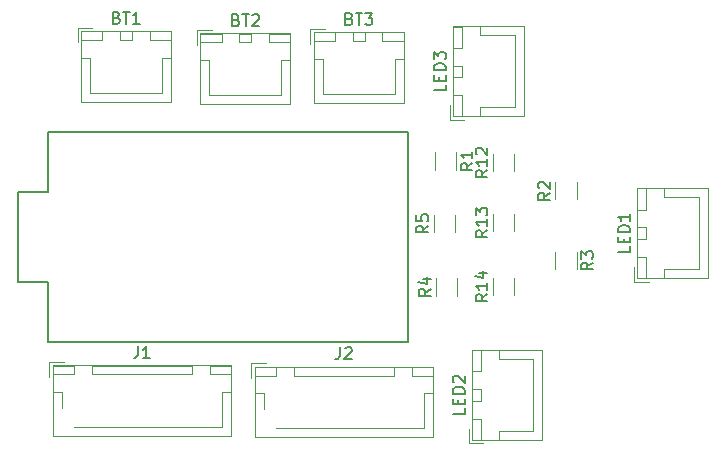
<source format=gbr>
%TF.GenerationSoftware,KiCad,Pcbnew,7.0.1*%
%TF.CreationDate,2023-09-03T20:42:36-04:00*%
%TF.ProjectId,Groove Coaster,47726f6f-7665-4204-936f-61737465722e,rev?*%
%TF.SameCoordinates,Original*%
%TF.FileFunction,Legend,Top*%
%TF.FilePolarity,Positive*%
%FSLAX46Y46*%
G04 Gerber Fmt 4.6, Leading zero omitted, Abs format (unit mm)*
G04 Created by KiCad (PCBNEW 7.0.1) date 2023-09-03 20:42:36*
%MOMM*%
%LPD*%
G01*
G04 APERTURE LIST*
%ADD10C,0.150000*%
%ADD11C,0.120000*%
G04 APERTURE END LIST*
D10*
%TO.C,BT1*%
X83864285Y-43088809D02*
X84007142Y-43136428D01*
X84007142Y-43136428D02*
X84054761Y-43184047D01*
X84054761Y-43184047D02*
X84102380Y-43279285D01*
X84102380Y-43279285D02*
X84102380Y-43422142D01*
X84102380Y-43422142D02*
X84054761Y-43517380D01*
X84054761Y-43517380D02*
X84007142Y-43565000D01*
X84007142Y-43565000D02*
X83911904Y-43612619D01*
X83911904Y-43612619D02*
X83530952Y-43612619D01*
X83530952Y-43612619D02*
X83530952Y-42612619D01*
X83530952Y-42612619D02*
X83864285Y-42612619D01*
X83864285Y-42612619D02*
X83959523Y-42660238D01*
X83959523Y-42660238D02*
X84007142Y-42707857D01*
X84007142Y-42707857D02*
X84054761Y-42803095D01*
X84054761Y-42803095D02*
X84054761Y-42898333D01*
X84054761Y-42898333D02*
X84007142Y-42993571D01*
X84007142Y-42993571D02*
X83959523Y-43041190D01*
X83959523Y-43041190D02*
X83864285Y-43088809D01*
X83864285Y-43088809D02*
X83530952Y-43088809D01*
X84388095Y-42612619D02*
X84959523Y-42612619D01*
X84673809Y-43612619D02*
X84673809Y-42612619D01*
X85816666Y-43612619D02*
X85245238Y-43612619D01*
X85530952Y-43612619D02*
X85530952Y-42612619D01*
X85530952Y-42612619D02*
X85435714Y-42755476D01*
X85435714Y-42755476D02*
X85340476Y-42850714D01*
X85340476Y-42850714D02*
X85245238Y-42898333D01*
%TO.C,BT2*%
X93964285Y-43288809D02*
X94107142Y-43336428D01*
X94107142Y-43336428D02*
X94154761Y-43384047D01*
X94154761Y-43384047D02*
X94202380Y-43479285D01*
X94202380Y-43479285D02*
X94202380Y-43622142D01*
X94202380Y-43622142D02*
X94154761Y-43717380D01*
X94154761Y-43717380D02*
X94107142Y-43765000D01*
X94107142Y-43765000D02*
X94011904Y-43812619D01*
X94011904Y-43812619D02*
X93630952Y-43812619D01*
X93630952Y-43812619D02*
X93630952Y-42812619D01*
X93630952Y-42812619D02*
X93964285Y-42812619D01*
X93964285Y-42812619D02*
X94059523Y-42860238D01*
X94059523Y-42860238D02*
X94107142Y-42907857D01*
X94107142Y-42907857D02*
X94154761Y-43003095D01*
X94154761Y-43003095D02*
X94154761Y-43098333D01*
X94154761Y-43098333D02*
X94107142Y-43193571D01*
X94107142Y-43193571D02*
X94059523Y-43241190D01*
X94059523Y-43241190D02*
X93964285Y-43288809D01*
X93964285Y-43288809D02*
X93630952Y-43288809D01*
X94488095Y-42812619D02*
X95059523Y-42812619D01*
X94773809Y-43812619D02*
X94773809Y-42812619D01*
X95345238Y-42907857D02*
X95392857Y-42860238D01*
X95392857Y-42860238D02*
X95488095Y-42812619D01*
X95488095Y-42812619D02*
X95726190Y-42812619D01*
X95726190Y-42812619D02*
X95821428Y-42860238D01*
X95821428Y-42860238D02*
X95869047Y-42907857D01*
X95869047Y-42907857D02*
X95916666Y-43003095D01*
X95916666Y-43003095D02*
X95916666Y-43098333D01*
X95916666Y-43098333D02*
X95869047Y-43241190D01*
X95869047Y-43241190D02*
X95297619Y-43812619D01*
X95297619Y-43812619D02*
X95916666Y-43812619D01*
%TO.C,BT3*%
X103564285Y-43188809D02*
X103707142Y-43236428D01*
X103707142Y-43236428D02*
X103754761Y-43284047D01*
X103754761Y-43284047D02*
X103802380Y-43379285D01*
X103802380Y-43379285D02*
X103802380Y-43522142D01*
X103802380Y-43522142D02*
X103754761Y-43617380D01*
X103754761Y-43617380D02*
X103707142Y-43665000D01*
X103707142Y-43665000D02*
X103611904Y-43712619D01*
X103611904Y-43712619D02*
X103230952Y-43712619D01*
X103230952Y-43712619D02*
X103230952Y-42712619D01*
X103230952Y-42712619D02*
X103564285Y-42712619D01*
X103564285Y-42712619D02*
X103659523Y-42760238D01*
X103659523Y-42760238D02*
X103707142Y-42807857D01*
X103707142Y-42807857D02*
X103754761Y-42903095D01*
X103754761Y-42903095D02*
X103754761Y-42998333D01*
X103754761Y-42998333D02*
X103707142Y-43093571D01*
X103707142Y-43093571D02*
X103659523Y-43141190D01*
X103659523Y-43141190D02*
X103564285Y-43188809D01*
X103564285Y-43188809D02*
X103230952Y-43188809D01*
X104088095Y-42712619D02*
X104659523Y-42712619D01*
X104373809Y-43712619D02*
X104373809Y-42712619D01*
X104897619Y-42712619D02*
X105516666Y-42712619D01*
X105516666Y-42712619D02*
X105183333Y-43093571D01*
X105183333Y-43093571D02*
X105326190Y-43093571D01*
X105326190Y-43093571D02*
X105421428Y-43141190D01*
X105421428Y-43141190D02*
X105469047Y-43188809D01*
X105469047Y-43188809D02*
X105516666Y-43284047D01*
X105516666Y-43284047D02*
X105516666Y-43522142D01*
X105516666Y-43522142D02*
X105469047Y-43617380D01*
X105469047Y-43617380D02*
X105421428Y-43665000D01*
X105421428Y-43665000D02*
X105326190Y-43712619D01*
X105326190Y-43712619D02*
X105040476Y-43712619D01*
X105040476Y-43712619D02*
X104945238Y-43665000D01*
X104945238Y-43665000D02*
X104897619Y-43617380D01*
%TO.C,LED1*%
X127312619Y-62469047D02*
X127312619Y-62945237D01*
X127312619Y-62945237D02*
X126312619Y-62945237D01*
X126788809Y-62135713D02*
X126788809Y-61802380D01*
X127312619Y-61659523D02*
X127312619Y-62135713D01*
X127312619Y-62135713D02*
X126312619Y-62135713D01*
X126312619Y-62135713D02*
X126312619Y-61659523D01*
X127312619Y-61230951D02*
X126312619Y-61230951D01*
X126312619Y-61230951D02*
X126312619Y-60992856D01*
X126312619Y-60992856D02*
X126360238Y-60849999D01*
X126360238Y-60849999D02*
X126455476Y-60754761D01*
X126455476Y-60754761D02*
X126550714Y-60707142D01*
X126550714Y-60707142D02*
X126741190Y-60659523D01*
X126741190Y-60659523D02*
X126884047Y-60659523D01*
X126884047Y-60659523D02*
X127074523Y-60707142D01*
X127074523Y-60707142D02*
X127169761Y-60754761D01*
X127169761Y-60754761D02*
X127265000Y-60849999D01*
X127265000Y-60849999D02*
X127312619Y-60992856D01*
X127312619Y-60992856D02*
X127312619Y-61230951D01*
X127312619Y-59707142D02*
X127312619Y-60278570D01*
X127312619Y-59992856D02*
X126312619Y-59992856D01*
X126312619Y-59992856D02*
X126455476Y-60088094D01*
X126455476Y-60088094D02*
X126550714Y-60183332D01*
X126550714Y-60183332D02*
X126598333Y-60278570D01*
%TO.C,LED2*%
X113312619Y-76169047D02*
X113312619Y-76645237D01*
X113312619Y-76645237D02*
X112312619Y-76645237D01*
X112788809Y-75835713D02*
X112788809Y-75502380D01*
X113312619Y-75359523D02*
X113312619Y-75835713D01*
X113312619Y-75835713D02*
X112312619Y-75835713D01*
X112312619Y-75835713D02*
X112312619Y-75359523D01*
X113312619Y-74930951D02*
X112312619Y-74930951D01*
X112312619Y-74930951D02*
X112312619Y-74692856D01*
X112312619Y-74692856D02*
X112360238Y-74549999D01*
X112360238Y-74549999D02*
X112455476Y-74454761D01*
X112455476Y-74454761D02*
X112550714Y-74407142D01*
X112550714Y-74407142D02*
X112741190Y-74359523D01*
X112741190Y-74359523D02*
X112884047Y-74359523D01*
X112884047Y-74359523D02*
X113074523Y-74407142D01*
X113074523Y-74407142D02*
X113169761Y-74454761D01*
X113169761Y-74454761D02*
X113265000Y-74549999D01*
X113265000Y-74549999D02*
X113312619Y-74692856D01*
X113312619Y-74692856D02*
X113312619Y-74930951D01*
X112407857Y-73978570D02*
X112360238Y-73930951D01*
X112360238Y-73930951D02*
X112312619Y-73835713D01*
X112312619Y-73835713D02*
X112312619Y-73597618D01*
X112312619Y-73597618D02*
X112360238Y-73502380D01*
X112360238Y-73502380D02*
X112407857Y-73454761D01*
X112407857Y-73454761D02*
X112503095Y-73407142D01*
X112503095Y-73407142D02*
X112598333Y-73407142D01*
X112598333Y-73407142D02*
X112741190Y-73454761D01*
X112741190Y-73454761D02*
X113312619Y-74026189D01*
X113312619Y-74026189D02*
X113312619Y-73407142D01*
%TO.C,LED3*%
X111712619Y-48769047D02*
X111712619Y-49245237D01*
X111712619Y-49245237D02*
X110712619Y-49245237D01*
X111188809Y-48435713D02*
X111188809Y-48102380D01*
X111712619Y-47959523D02*
X111712619Y-48435713D01*
X111712619Y-48435713D02*
X110712619Y-48435713D01*
X110712619Y-48435713D02*
X110712619Y-47959523D01*
X111712619Y-47530951D02*
X110712619Y-47530951D01*
X110712619Y-47530951D02*
X110712619Y-47292856D01*
X110712619Y-47292856D02*
X110760238Y-47149999D01*
X110760238Y-47149999D02*
X110855476Y-47054761D01*
X110855476Y-47054761D02*
X110950714Y-47007142D01*
X110950714Y-47007142D02*
X111141190Y-46959523D01*
X111141190Y-46959523D02*
X111284047Y-46959523D01*
X111284047Y-46959523D02*
X111474523Y-47007142D01*
X111474523Y-47007142D02*
X111569761Y-47054761D01*
X111569761Y-47054761D02*
X111665000Y-47149999D01*
X111665000Y-47149999D02*
X111712619Y-47292856D01*
X111712619Y-47292856D02*
X111712619Y-47530951D01*
X110712619Y-46626189D02*
X110712619Y-46007142D01*
X110712619Y-46007142D02*
X111093571Y-46340475D01*
X111093571Y-46340475D02*
X111093571Y-46197618D01*
X111093571Y-46197618D02*
X111141190Y-46102380D01*
X111141190Y-46102380D02*
X111188809Y-46054761D01*
X111188809Y-46054761D02*
X111284047Y-46007142D01*
X111284047Y-46007142D02*
X111522142Y-46007142D01*
X111522142Y-46007142D02*
X111617380Y-46054761D01*
X111617380Y-46054761D02*
X111665000Y-46102380D01*
X111665000Y-46102380D02*
X111712619Y-46197618D01*
X111712619Y-46197618D02*
X111712619Y-46483332D01*
X111712619Y-46483332D02*
X111665000Y-46578570D01*
X111665000Y-46578570D02*
X111617380Y-46626189D01*
%TO.C,R1*%
X113982619Y-55404166D02*
X113506428Y-55737499D01*
X113982619Y-55975594D02*
X112982619Y-55975594D01*
X112982619Y-55975594D02*
X112982619Y-55594642D01*
X112982619Y-55594642D02*
X113030238Y-55499404D01*
X113030238Y-55499404D02*
X113077857Y-55451785D01*
X113077857Y-55451785D02*
X113173095Y-55404166D01*
X113173095Y-55404166D02*
X113315952Y-55404166D01*
X113315952Y-55404166D02*
X113411190Y-55451785D01*
X113411190Y-55451785D02*
X113458809Y-55499404D01*
X113458809Y-55499404D02*
X113506428Y-55594642D01*
X113506428Y-55594642D02*
X113506428Y-55975594D01*
X113982619Y-54451785D02*
X113982619Y-55023213D01*
X113982619Y-54737499D02*
X112982619Y-54737499D01*
X112982619Y-54737499D02*
X113125476Y-54832737D01*
X113125476Y-54832737D02*
X113220714Y-54927975D01*
X113220714Y-54927975D02*
X113268333Y-55023213D01*
%TO.C,R2*%
X120542619Y-57929166D02*
X120066428Y-58262499D01*
X120542619Y-58500594D02*
X119542619Y-58500594D01*
X119542619Y-58500594D02*
X119542619Y-58119642D01*
X119542619Y-58119642D02*
X119590238Y-58024404D01*
X119590238Y-58024404D02*
X119637857Y-57976785D01*
X119637857Y-57976785D02*
X119733095Y-57929166D01*
X119733095Y-57929166D02*
X119875952Y-57929166D01*
X119875952Y-57929166D02*
X119971190Y-57976785D01*
X119971190Y-57976785D02*
X120018809Y-58024404D01*
X120018809Y-58024404D02*
X120066428Y-58119642D01*
X120066428Y-58119642D02*
X120066428Y-58500594D01*
X119637857Y-57548213D02*
X119590238Y-57500594D01*
X119590238Y-57500594D02*
X119542619Y-57405356D01*
X119542619Y-57405356D02*
X119542619Y-57167261D01*
X119542619Y-57167261D02*
X119590238Y-57072023D01*
X119590238Y-57072023D02*
X119637857Y-57024404D01*
X119637857Y-57024404D02*
X119733095Y-56976785D01*
X119733095Y-56976785D02*
X119828333Y-56976785D01*
X119828333Y-56976785D02*
X119971190Y-57024404D01*
X119971190Y-57024404D02*
X120542619Y-57595832D01*
X120542619Y-57595832D02*
X120542619Y-56976785D01*
%TO.C,R3*%
X124182619Y-63829166D02*
X123706428Y-64162499D01*
X124182619Y-64400594D02*
X123182619Y-64400594D01*
X123182619Y-64400594D02*
X123182619Y-64019642D01*
X123182619Y-64019642D02*
X123230238Y-63924404D01*
X123230238Y-63924404D02*
X123277857Y-63876785D01*
X123277857Y-63876785D02*
X123373095Y-63829166D01*
X123373095Y-63829166D02*
X123515952Y-63829166D01*
X123515952Y-63829166D02*
X123611190Y-63876785D01*
X123611190Y-63876785D02*
X123658809Y-63924404D01*
X123658809Y-63924404D02*
X123706428Y-64019642D01*
X123706428Y-64019642D02*
X123706428Y-64400594D01*
X123182619Y-63495832D02*
X123182619Y-62876785D01*
X123182619Y-62876785D02*
X123563571Y-63210118D01*
X123563571Y-63210118D02*
X123563571Y-63067261D01*
X123563571Y-63067261D02*
X123611190Y-62972023D01*
X123611190Y-62972023D02*
X123658809Y-62924404D01*
X123658809Y-62924404D02*
X123754047Y-62876785D01*
X123754047Y-62876785D02*
X123992142Y-62876785D01*
X123992142Y-62876785D02*
X124087380Y-62924404D01*
X124087380Y-62924404D02*
X124135000Y-62972023D01*
X124135000Y-62972023D02*
X124182619Y-63067261D01*
X124182619Y-63067261D02*
X124182619Y-63352975D01*
X124182619Y-63352975D02*
X124135000Y-63448213D01*
X124135000Y-63448213D02*
X124087380Y-63495832D01*
%TO.C,R4*%
X110442619Y-66066666D02*
X109966428Y-66399999D01*
X110442619Y-66638094D02*
X109442619Y-66638094D01*
X109442619Y-66638094D02*
X109442619Y-66257142D01*
X109442619Y-66257142D02*
X109490238Y-66161904D01*
X109490238Y-66161904D02*
X109537857Y-66114285D01*
X109537857Y-66114285D02*
X109633095Y-66066666D01*
X109633095Y-66066666D02*
X109775952Y-66066666D01*
X109775952Y-66066666D02*
X109871190Y-66114285D01*
X109871190Y-66114285D02*
X109918809Y-66161904D01*
X109918809Y-66161904D02*
X109966428Y-66257142D01*
X109966428Y-66257142D02*
X109966428Y-66638094D01*
X109775952Y-65209523D02*
X110442619Y-65209523D01*
X109395000Y-65447618D02*
X110109285Y-65685713D01*
X110109285Y-65685713D02*
X110109285Y-65066666D01*
%TO.C,R5*%
X110242619Y-60704166D02*
X109766428Y-61037499D01*
X110242619Y-61275594D02*
X109242619Y-61275594D01*
X109242619Y-61275594D02*
X109242619Y-60894642D01*
X109242619Y-60894642D02*
X109290238Y-60799404D01*
X109290238Y-60799404D02*
X109337857Y-60751785D01*
X109337857Y-60751785D02*
X109433095Y-60704166D01*
X109433095Y-60704166D02*
X109575952Y-60704166D01*
X109575952Y-60704166D02*
X109671190Y-60751785D01*
X109671190Y-60751785D02*
X109718809Y-60799404D01*
X109718809Y-60799404D02*
X109766428Y-60894642D01*
X109766428Y-60894642D02*
X109766428Y-61275594D01*
X109242619Y-59799404D02*
X109242619Y-60275594D01*
X109242619Y-60275594D02*
X109718809Y-60323213D01*
X109718809Y-60323213D02*
X109671190Y-60275594D01*
X109671190Y-60275594D02*
X109623571Y-60180356D01*
X109623571Y-60180356D02*
X109623571Y-59942261D01*
X109623571Y-59942261D02*
X109671190Y-59847023D01*
X109671190Y-59847023D02*
X109718809Y-59799404D01*
X109718809Y-59799404D02*
X109814047Y-59751785D01*
X109814047Y-59751785D02*
X110052142Y-59751785D01*
X110052142Y-59751785D02*
X110147380Y-59799404D01*
X110147380Y-59799404D02*
X110195000Y-59847023D01*
X110195000Y-59847023D02*
X110242619Y-59942261D01*
X110242619Y-59942261D02*
X110242619Y-60180356D01*
X110242619Y-60180356D02*
X110195000Y-60275594D01*
X110195000Y-60275594D02*
X110147380Y-60323213D01*
%TO.C,R12*%
X115242619Y-56005357D02*
X114766428Y-56338690D01*
X115242619Y-56576785D02*
X114242619Y-56576785D01*
X114242619Y-56576785D02*
X114242619Y-56195833D01*
X114242619Y-56195833D02*
X114290238Y-56100595D01*
X114290238Y-56100595D02*
X114337857Y-56052976D01*
X114337857Y-56052976D02*
X114433095Y-56005357D01*
X114433095Y-56005357D02*
X114575952Y-56005357D01*
X114575952Y-56005357D02*
X114671190Y-56052976D01*
X114671190Y-56052976D02*
X114718809Y-56100595D01*
X114718809Y-56100595D02*
X114766428Y-56195833D01*
X114766428Y-56195833D02*
X114766428Y-56576785D01*
X115242619Y-55052976D02*
X115242619Y-55624404D01*
X115242619Y-55338690D02*
X114242619Y-55338690D01*
X114242619Y-55338690D02*
X114385476Y-55433928D01*
X114385476Y-55433928D02*
X114480714Y-55529166D01*
X114480714Y-55529166D02*
X114528333Y-55624404D01*
X114337857Y-54672023D02*
X114290238Y-54624404D01*
X114290238Y-54624404D02*
X114242619Y-54529166D01*
X114242619Y-54529166D02*
X114242619Y-54291071D01*
X114242619Y-54291071D02*
X114290238Y-54195833D01*
X114290238Y-54195833D02*
X114337857Y-54148214D01*
X114337857Y-54148214D02*
X114433095Y-54100595D01*
X114433095Y-54100595D02*
X114528333Y-54100595D01*
X114528333Y-54100595D02*
X114671190Y-54148214D01*
X114671190Y-54148214D02*
X115242619Y-54719642D01*
X115242619Y-54719642D02*
X115242619Y-54100595D01*
%TO.C,R13*%
X115242619Y-61105357D02*
X114766428Y-61438690D01*
X115242619Y-61676785D02*
X114242619Y-61676785D01*
X114242619Y-61676785D02*
X114242619Y-61295833D01*
X114242619Y-61295833D02*
X114290238Y-61200595D01*
X114290238Y-61200595D02*
X114337857Y-61152976D01*
X114337857Y-61152976D02*
X114433095Y-61105357D01*
X114433095Y-61105357D02*
X114575952Y-61105357D01*
X114575952Y-61105357D02*
X114671190Y-61152976D01*
X114671190Y-61152976D02*
X114718809Y-61200595D01*
X114718809Y-61200595D02*
X114766428Y-61295833D01*
X114766428Y-61295833D02*
X114766428Y-61676785D01*
X115242619Y-60152976D02*
X115242619Y-60724404D01*
X115242619Y-60438690D02*
X114242619Y-60438690D01*
X114242619Y-60438690D02*
X114385476Y-60533928D01*
X114385476Y-60533928D02*
X114480714Y-60629166D01*
X114480714Y-60629166D02*
X114528333Y-60724404D01*
X114242619Y-59819642D02*
X114242619Y-59200595D01*
X114242619Y-59200595D02*
X114623571Y-59533928D01*
X114623571Y-59533928D02*
X114623571Y-59391071D01*
X114623571Y-59391071D02*
X114671190Y-59295833D01*
X114671190Y-59295833D02*
X114718809Y-59248214D01*
X114718809Y-59248214D02*
X114814047Y-59200595D01*
X114814047Y-59200595D02*
X115052142Y-59200595D01*
X115052142Y-59200595D02*
X115147380Y-59248214D01*
X115147380Y-59248214D02*
X115195000Y-59295833D01*
X115195000Y-59295833D02*
X115242619Y-59391071D01*
X115242619Y-59391071D02*
X115242619Y-59676785D01*
X115242619Y-59676785D02*
X115195000Y-59772023D01*
X115195000Y-59772023D02*
X115147380Y-59819642D01*
%TO.C,R14*%
X115242619Y-66505357D02*
X114766428Y-66838690D01*
X115242619Y-67076785D02*
X114242619Y-67076785D01*
X114242619Y-67076785D02*
X114242619Y-66695833D01*
X114242619Y-66695833D02*
X114290238Y-66600595D01*
X114290238Y-66600595D02*
X114337857Y-66552976D01*
X114337857Y-66552976D02*
X114433095Y-66505357D01*
X114433095Y-66505357D02*
X114575952Y-66505357D01*
X114575952Y-66505357D02*
X114671190Y-66552976D01*
X114671190Y-66552976D02*
X114718809Y-66600595D01*
X114718809Y-66600595D02*
X114766428Y-66695833D01*
X114766428Y-66695833D02*
X114766428Y-67076785D01*
X115242619Y-65552976D02*
X115242619Y-66124404D01*
X115242619Y-65838690D02*
X114242619Y-65838690D01*
X114242619Y-65838690D02*
X114385476Y-65933928D01*
X114385476Y-65933928D02*
X114480714Y-66029166D01*
X114480714Y-66029166D02*
X114528333Y-66124404D01*
X114575952Y-64695833D02*
X115242619Y-64695833D01*
X114195000Y-64933928D02*
X114909285Y-65172023D01*
X114909285Y-65172023D02*
X114909285Y-64552976D01*
%TO.C,J1*%
X85666666Y-70912619D02*
X85666666Y-71626904D01*
X85666666Y-71626904D02*
X85619047Y-71769761D01*
X85619047Y-71769761D02*
X85523809Y-71865000D01*
X85523809Y-71865000D02*
X85380952Y-71912619D01*
X85380952Y-71912619D02*
X85285714Y-71912619D01*
X86666666Y-71912619D02*
X86095238Y-71912619D01*
X86380952Y-71912619D02*
X86380952Y-70912619D01*
X86380952Y-70912619D02*
X86285714Y-71055476D01*
X86285714Y-71055476D02*
X86190476Y-71150714D01*
X86190476Y-71150714D02*
X86095238Y-71198333D01*
%TO.C,J2*%
X102766666Y-71012619D02*
X102766666Y-71726904D01*
X102766666Y-71726904D02*
X102719047Y-71869761D01*
X102719047Y-71869761D02*
X102623809Y-71965000D01*
X102623809Y-71965000D02*
X102480952Y-72012619D01*
X102480952Y-72012619D02*
X102385714Y-72012619D01*
X103195238Y-71107857D02*
X103242857Y-71060238D01*
X103242857Y-71060238D02*
X103338095Y-71012619D01*
X103338095Y-71012619D02*
X103576190Y-71012619D01*
X103576190Y-71012619D02*
X103671428Y-71060238D01*
X103671428Y-71060238D02*
X103719047Y-71107857D01*
X103719047Y-71107857D02*
X103766666Y-71203095D01*
X103766666Y-71203095D02*
X103766666Y-71298333D01*
X103766666Y-71298333D02*
X103719047Y-71441190D01*
X103719047Y-71441190D02*
X103147619Y-72012619D01*
X103147619Y-72012619D02*
X103766666Y-72012619D01*
D11*
%TO.C,BT1*%
X80550000Y-43950000D02*
X80550000Y-45200000D01*
X80840000Y-44240000D02*
X80840000Y-50210000D01*
X80840000Y-50210000D02*
X88460000Y-50210000D01*
X80850000Y-44250000D02*
X80850000Y-45000000D01*
X80850000Y-45000000D02*
X82650000Y-45000000D01*
X80850000Y-46500000D02*
X81600000Y-46500000D01*
X81600000Y-46500000D02*
X81600000Y-49450000D01*
X81600000Y-49450000D02*
X84650000Y-49450000D01*
X81800000Y-43950000D02*
X80550000Y-43950000D01*
X82650000Y-44250000D02*
X80850000Y-44250000D01*
X82650000Y-45000000D02*
X82650000Y-44250000D01*
X84150000Y-44250000D02*
X84150000Y-45000000D01*
X84150000Y-45000000D02*
X85150000Y-45000000D01*
X85150000Y-44250000D02*
X84150000Y-44250000D01*
X85150000Y-45000000D02*
X85150000Y-44250000D01*
X86650000Y-44250000D02*
X86650000Y-45000000D01*
X86650000Y-45000000D02*
X88450000Y-45000000D01*
X87700000Y-46500000D02*
X87700000Y-49450000D01*
X87700000Y-49450000D02*
X84650000Y-49450000D01*
X88450000Y-44250000D02*
X86650000Y-44250000D01*
X88450000Y-45000000D02*
X88450000Y-44250000D01*
X88450000Y-46500000D02*
X87700000Y-46500000D01*
X88460000Y-44240000D02*
X80840000Y-44240000D01*
X88460000Y-50210000D02*
X88460000Y-44240000D01*
%TO.C,BT2*%
X90650000Y-44150000D02*
X90650000Y-45400000D01*
X90940000Y-44440000D02*
X90940000Y-50410000D01*
X90940000Y-50410000D02*
X98560000Y-50410000D01*
X90950000Y-44450000D02*
X90950000Y-45200000D01*
X90950000Y-45200000D02*
X92750000Y-45200000D01*
X90950000Y-46700000D02*
X91700000Y-46700000D01*
X91700000Y-46700000D02*
X91700000Y-49650000D01*
X91700000Y-49650000D02*
X94750000Y-49650000D01*
X91900000Y-44150000D02*
X90650000Y-44150000D01*
X92750000Y-44450000D02*
X90950000Y-44450000D01*
X92750000Y-45200000D02*
X92750000Y-44450000D01*
X94250000Y-44450000D02*
X94250000Y-45200000D01*
X94250000Y-45200000D02*
X95250000Y-45200000D01*
X95250000Y-44450000D02*
X94250000Y-44450000D01*
X95250000Y-45200000D02*
X95250000Y-44450000D01*
X96750000Y-44450000D02*
X96750000Y-45200000D01*
X96750000Y-45200000D02*
X98550000Y-45200000D01*
X97800000Y-46700000D02*
X97800000Y-49650000D01*
X97800000Y-49650000D02*
X94750000Y-49650000D01*
X98550000Y-44450000D02*
X96750000Y-44450000D01*
X98550000Y-45200000D02*
X98550000Y-44450000D01*
X98550000Y-46700000D02*
X97800000Y-46700000D01*
X98560000Y-44440000D02*
X90940000Y-44440000D01*
X98560000Y-50410000D02*
X98560000Y-44440000D01*
%TO.C,BT3*%
X100250000Y-44050000D02*
X100250000Y-45300000D01*
X100540000Y-44340000D02*
X100540000Y-50310000D01*
X100540000Y-50310000D02*
X108160000Y-50310000D01*
X100550000Y-44350000D02*
X100550000Y-45100000D01*
X100550000Y-45100000D02*
X102350000Y-45100000D01*
X100550000Y-46600000D02*
X101300000Y-46600000D01*
X101300000Y-46600000D02*
X101300000Y-49550000D01*
X101300000Y-49550000D02*
X104350000Y-49550000D01*
X101500000Y-44050000D02*
X100250000Y-44050000D01*
X102350000Y-44350000D02*
X100550000Y-44350000D01*
X102350000Y-45100000D02*
X102350000Y-44350000D01*
X103850000Y-44350000D02*
X103850000Y-45100000D01*
X103850000Y-45100000D02*
X104850000Y-45100000D01*
X104850000Y-44350000D02*
X103850000Y-44350000D01*
X104850000Y-45100000D02*
X104850000Y-44350000D01*
X106350000Y-44350000D02*
X106350000Y-45100000D01*
X106350000Y-45100000D02*
X108150000Y-45100000D01*
X107400000Y-46600000D02*
X107400000Y-49550000D01*
X107400000Y-49550000D02*
X104350000Y-49550000D01*
X108150000Y-44350000D02*
X106350000Y-44350000D01*
X108150000Y-45100000D02*
X108150000Y-44350000D01*
X108150000Y-46600000D02*
X107400000Y-46600000D01*
X108160000Y-44340000D02*
X100540000Y-44340000D01*
X108160000Y-50310000D02*
X108160000Y-44340000D01*
%TO.C,LED1*%
X127650000Y-65450000D02*
X128900000Y-65450000D01*
X127940000Y-65160000D02*
X133910000Y-65160000D01*
X133910000Y-65160000D02*
X133910000Y-57540000D01*
X127950000Y-65150000D02*
X128700000Y-65150000D01*
X128700000Y-65150000D02*
X128700000Y-63350000D01*
X130200000Y-65150000D02*
X130200000Y-64400000D01*
X130200000Y-64400000D02*
X133150000Y-64400000D01*
X133150000Y-64400000D02*
X133150000Y-61350000D01*
X127650000Y-64200000D02*
X127650000Y-65450000D01*
X127950000Y-63350000D02*
X127950000Y-65150000D01*
X128700000Y-63350000D02*
X127950000Y-63350000D01*
X127950000Y-61850000D02*
X128700000Y-61850000D01*
X128700000Y-61850000D02*
X128700000Y-60850000D01*
X127950000Y-60850000D02*
X127950000Y-61850000D01*
X128700000Y-60850000D02*
X127950000Y-60850000D01*
X127950000Y-59350000D02*
X128700000Y-59350000D01*
X128700000Y-59350000D02*
X128700000Y-57550000D01*
X130200000Y-58300000D02*
X133150000Y-58300000D01*
X133150000Y-58300000D02*
X133150000Y-61350000D01*
X127950000Y-57550000D02*
X127950000Y-59350000D01*
X128700000Y-57550000D02*
X127950000Y-57550000D01*
X130200000Y-57550000D02*
X130200000Y-58300000D01*
X127940000Y-57540000D02*
X127940000Y-65160000D01*
X133910000Y-57540000D02*
X127940000Y-57540000D01*
%TO.C,LED2*%
X113650000Y-79150000D02*
X114900000Y-79150000D01*
X113940000Y-78860000D02*
X119910000Y-78860000D01*
X119910000Y-78860000D02*
X119910000Y-71240000D01*
X113950000Y-78850000D02*
X114700000Y-78850000D01*
X114700000Y-78850000D02*
X114700000Y-77050000D01*
X116200000Y-78850000D02*
X116200000Y-78100000D01*
X116200000Y-78100000D02*
X119150000Y-78100000D01*
X119150000Y-78100000D02*
X119150000Y-75050000D01*
X113650000Y-77900000D02*
X113650000Y-79150000D01*
X113950000Y-77050000D02*
X113950000Y-78850000D01*
X114700000Y-77050000D02*
X113950000Y-77050000D01*
X113950000Y-75550000D02*
X114700000Y-75550000D01*
X114700000Y-75550000D02*
X114700000Y-74550000D01*
X113950000Y-74550000D02*
X113950000Y-75550000D01*
X114700000Y-74550000D02*
X113950000Y-74550000D01*
X113950000Y-73050000D02*
X114700000Y-73050000D01*
X114700000Y-73050000D02*
X114700000Y-71250000D01*
X116200000Y-72000000D02*
X119150000Y-72000000D01*
X119150000Y-72000000D02*
X119150000Y-75050000D01*
X113950000Y-71250000D02*
X113950000Y-73050000D01*
X114700000Y-71250000D02*
X113950000Y-71250000D01*
X116200000Y-71250000D02*
X116200000Y-72000000D01*
X113940000Y-71240000D02*
X113940000Y-78860000D01*
X119910000Y-71240000D02*
X113940000Y-71240000D01*
%TO.C,LED3*%
X112050000Y-51750000D02*
X113300000Y-51750000D01*
X112340000Y-51460000D02*
X118310000Y-51460000D01*
X118310000Y-51460000D02*
X118310000Y-43840000D01*
X112350000Y-51450000D02*
X113100000Y-51450000D01*
X113100000Y-51450000D02*
X113100000Y-49650000D01*
X114600000Y-51450000D02*
X114600000Y-50700000D01*
X114600000Y-50700000D02*
X117550000Y-50700000D01*
X117550000Y-50700000D02*
X117550000Y-47650000D01*
X112050000Y-50500000D02*
X112050000Y-51750000D01*
X112350000Y-49650000D02*
X112350000Y-51450000D01*
X113100000Y-49650000D02*
X112350000Y-49650000D01*
X112350000Y-48150000D02*
X113100000Y-48150000D01*
X113100000Y-48150000D02*
X113100000Y-47150000D01*
X112350000Y-47150000D02*
X112350000Y-48150000D01*
X113100000Y-47150000D02*
X112350000Y-47150000D01*
X112350000Y-45650000D02*
X113100000Y-45650000D01*
X113100000Y-45650000D02*
X113100000Y-43850000D01*
X114600000Y-44600000D02*
X117550000Y-44600000D01*
X117550000Y-44600000D02*
X117550000Y-47650000D01*
X112350000Y-43850000D02*
X112350000Y-45650000D01*
X113100000Y-43850000D02*
X112350000Y-43850000D01*
X114600000Y-43850000D02*
X114600000Y-44600000D01*
X112340000Y-43840000D02*
X112340000Y-51460000D01*
X118310000Y-43840000D02*
X112340000Y-43840000D01*
%TO.C,R1*%
X112610000Y-54510436D02*
X112610000Y-55964564D01*
X110790000Y-54510436D02*
X110790000Y-55964564D01*
%TO.C,R2*%
X120990000Y-58489564D02*
X120990000Y-57035436D01*
X122810000Y-58489564D02*
X122810000Y-57035436D01*
%TO.C,R3*%
X122810000Y-62935436D02*
X122810000Y-64389564D01*
X120990000Y-62935436D02*
X120990000Y-64389564D01*
%TO.C,R4*%
X110890000Y-66627064D02*
X110890000Y-65172936D01*
X112710000Y-66627064D02*
X112710000Y-65172936D01*
%TO.C,R5*%
X110690000Y-61264564D02*
X110690000Y-59810436D01*
X112510000Y-61264564D02*
X112510000Y-59810436D01*
%TO.C,R12*%
X115690000Y-56089564D02*
X115690000Y-54635436D01*
X117510000Y-56089564D02*
X117510000Y-54635436D01*
%TO.C,R13*%
X115690000Y-61189564D02*
X115690000Y-59735436D01*
X117510000Y-61189564D02*
X117510000Y-59735436D01*
%TO.C,R14*%
X115690000Y-66589564D02*
X115690000Y-65135436D01*
X117510000Y-66589564D02*
X117510000Y-65135436D01*
D10*
%TO.C,U1*%
X75520000Y-57890000D02*
X78060000Y-57890000D01*
X75520000Y-65510000D02*
X75520000Y-57890000D01*
X78060000Y-52810000D02*
X108540000Y-52810000D01*
X78060000Y-57890000D02*
X78060000Y-52810000D01*
X78060000Y-65510000D02*
X75520000Y-65510000D01*
X78060000Y-70590000D02*
X78060000Y-65510000D01*
X78060000Y-70590000D02*
X108540000Y-70590000D01*
X108540000Y-52810000D02*
X108540000Y-70590000D01*
D11*
%TO.C,J1*%
X78150000Y-72250000D02*
X78150000Y-73500000D01*
X78440000Y-72540000D02*
X78440000Y-78510000D01*
X78440000Y-78510000D02*
X93560000Y-78510000D01*
X78450000Y-72550000D02*
X78450000Y-73300000D01*
X78450000Y-73300000D02*
X80250000Y-73300000D01*
X78450000Y-74800000D02*
X79200000Y-74800000D01*
X79200000Y-74800000D02*
X79200000Y-76140000D01*
X79400000Y-72250000D02*
X78150000Y-72250000D01*
X80250000Y-72550000D02*
X78450000Y-72550000D01*
X80250000Y-73300000D02*
X80250000Y-72550000D01*
X81750000Y-72550000D02*
X81750000Y-73300000D01*
X81750000Y-73300000D02*
X90250000Y-73300000D01*
X86000000Y-77750000D02*
X80260000Y-77750000D01*
X90250000Y-72550000D02*
X81750000Y-72550000D01*
X90250000Y-73300000D02*
X90250000Y-72550000D01*
X91750000Y-72550000D02*
X91750000Y-73300000D01*
X91750000Y-73300000D02*
X93550000Y-73300000D01*
X92800000Y-74800000D02*
X92800000Y-77750000D01*
X92800000Y-77750000D02*
X86000000Y-77750000D01*
X93550000Y-72550000D02*
X91750000Y-72550000D01*
X93550000Y-73300000D02*
X93550000Y-72550000D01*
X93550000Y-74800000D02*
X92800000Y-74800000D01*
X93560000Y-72540000D02*
X78440000Y-72540000D01*
X93560000Y-78510000D02*
X93560000Y-72540000D01*
%TO.C,J2*%
X95250000Y-72350000D02*
X95250000Y-73600000D01*
X95540000Y-72640000D02*
X95540000Y-78610000D01*
X95540000Y-78610000D02*
X110660000Y-78610000D01*
X95550000Y-72650000D02*
X95550000Y-73400000D01*
X95550000Y-73400000D02*
X97350000Y-73400000D01*
X95550000Y-74900000D02*
X96300000Y-74900000D01*
X96300000Y-74900000D02*
X96300000Y-76240000D01*
X96500000Y-72350000D02*
X95250000Y-72350000D01*
X97350000Y-72650000D02*
X95550000Y-72650000D01*
X97350000Y-73400000D02*
X97350000Y-72650000D01*
X98850000Y-72650000D02*
X98850000Y-73400000D01*
X98850000Y-73400000D02*
X107350000Y-73400000D01*
X103100000Y-77850000D02*
X97360000Y-77850000D01*
X107350000Y-72650000D02*
X98850000Y-72650000D01*
X107350000Y-73400000D02*
X107350000Y-72650000D01*
X108850000Y-72650000D02*
X108850000Y-73400000D01*
X108850000Y-73400000D02*
X110650000Y-73400000D01*
X109900000Y-74900000D02*
X109900000Y-77850000D01*
X109900000Y-77850000D02*
X103100000Y-77850000D01*
X110650000Y-72650000D02*
X108850000Y-72650000D01*
X110650000Y-73400000D02*
X110650000Y-72650000D01*
X110650000Y-74900000D02*
X109900000Y-74900000D01*
X110660000Y-72640000D02*
X95540000Y-72640000D01*
X110660000Y-78610000D02*
X110660000Y-72640000D01*
%TD*%
M02*

</source>
